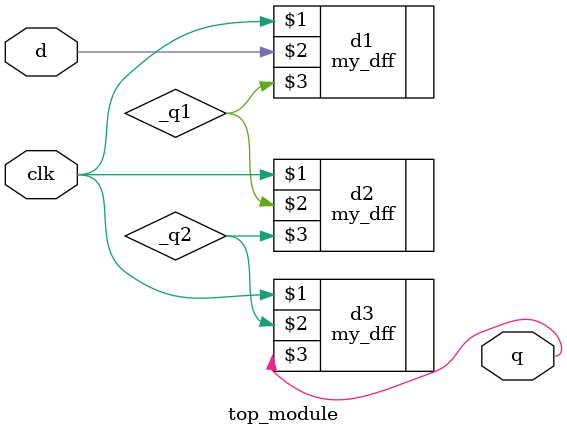
<source format=v>
module top_module ( input clk, input d, output q );

wire _q1;
wire _q2;

my_dff d1(clk, d, _q1);
my_dff d2(clk, _q1, _q2);
my_dff d3(clk, _q2, q);

endmodule

</source>
